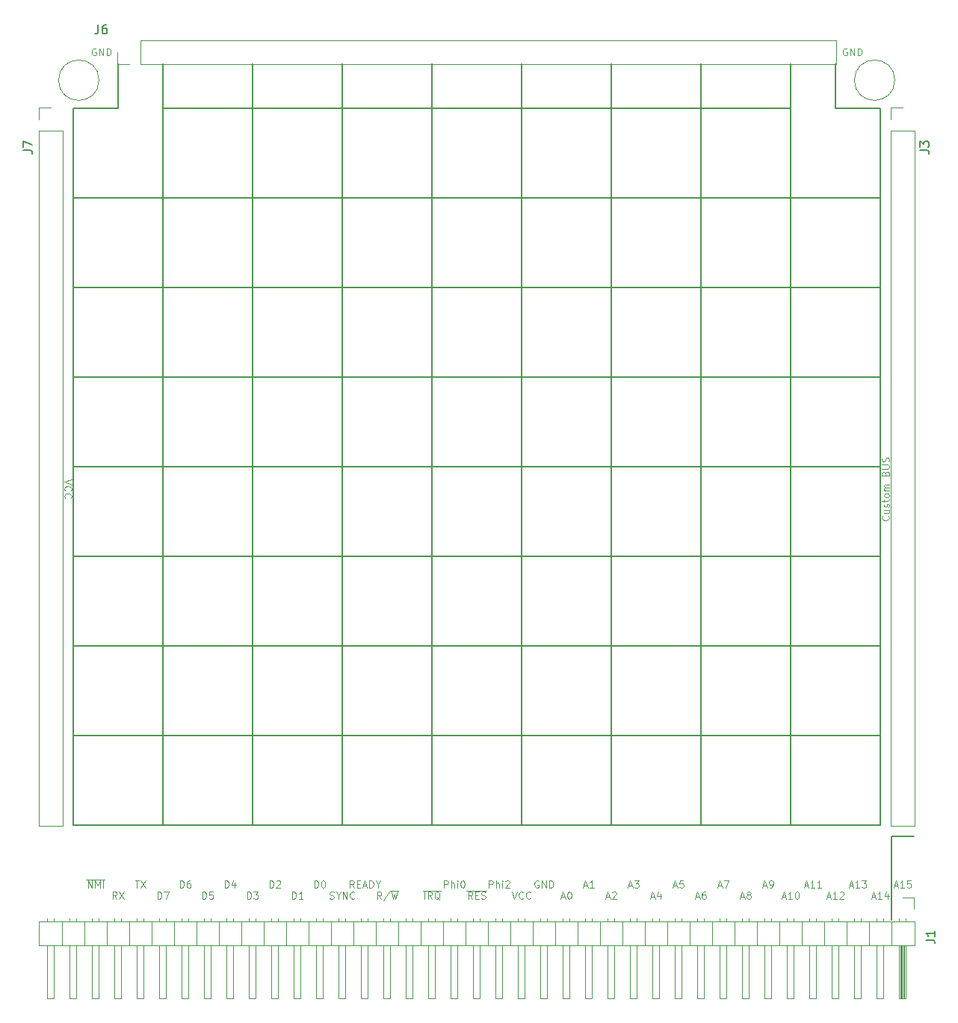
<source format=gto>
G04 #@! TF.FileFunction,Legend,Top*
%FSLAX46Y46*%
G04 Gerber Fmt 4.6, Leading zero omitted, Abs format (unit mm)*
G04 Created by KiCad (PCBNEW 4.0.7) date 02/09/19 17:10:25*
%MOMM*%
%LPD*%
G01*
G04 APERTURE LIST*
%ADD10C,0.100000*%
%ADD11C,0.200000*%
%ADD12C,0.120000*%
%ADD13C,0.150000*%
G04 APERTURE END LIST*
D10*
D11*
X185420000Y-48895000D02*
X114300000Y-48895000D01*
X104140000Y-59055000D02*
X195580000Y-59055000D01*
X195580000Y-69215000D02*
X104140000Y-69215000D01*
X104140000Y-79375000D02*
X195580000Y-79375000D01*
X195580000Y-89535000D02*
X104140000Y-89535000D01*
X104140000Y-99695000D02*
X195580000Y-99695000D01*
X195580000Y-109855000D02*
X104140000Y-109855000D01*
X104140000Y-120015000D02*
X195580000Y-120015000D01*
X124460000Y-130175000D02*
X124460000Y-43815000D01*
X134620000Y-43815000D02*
X134620000Y-130175000D01*
X144780000Y-130175000D02*
X144780000Y-43815000D01*
X154940000Y-43815000D02*
X154940000Y-130175000D01*
X165100000Y-130175000D02*
X165100000Y-43815000D01*
X175260000Y-43815000D02*
X175260000Y-130175000D01*
X185420000Y-130175000D02*
X185420000Y-43815000D01*
X114300000Y-43815000D02*
X114300000Y-130175000D01*
X109220000Y-48895000D02*
X109220000Y-43815000D01*
X190500000Y-48895000D02*
X190500000Y-43815000D01*
X195580000Y-48895000D02*
X190500000Y-48895000D01*
X195580000Y-130175000D02*
X195580000Y-48895000D01*
X114300000Y-130175000D02*
X195580000Y-130175000D01*
X104140000Y-130175000D02*
X104140000Y-48895000D01*
X114300000Y-130175000D02*
X104140000Y-130175000D01*
X104140000Y-48895000D02*
X109220000Y-48895000D01*
D10*
X113709524Y-138537905D02*
X113709524Y-137737905D01*
X113900000Y-137737905D01*
X114014286Y-137776000D01*
X114090477Y-137852190D01*
X114128572Y-137928381D01*
X114166667Y-138080762D01*
X114166667Y-138195048D01*
X114128572Y-138347429D01*
X114090477Y-138423619D01*
X114014286Y-138499810D01*
X113900000Y-138537905D01*
X113709524Y-138537905D01*
X114433334Y-137737905D02*
X114966667Y-137737905D01*
X114623810Y-138537905D01*
X116249524Y-137267905D02*
X116249524Y-136467905D01*
X116440000Y-136467905D01*
X116554286Y-136506000D01*
X116630477Y-136582190D01*
X116668572Y-136658381D01*
X116706667Y-136810762D01*
X116706667Y-136925048D01*
X116668572Y-137077429D01*
X116630477Y-137153619D01*
X116554286Y-137229810D01*
X116440000Y-137267905D01*
X116249524Y-137267905D01*
X117392381Y-136467905D02*
X117240000Y-136467905D01*
X117163810Y-136506000D01*
X117125715Y-136544095D01*
X117049524Y-136658381D01*
X117011429Y-136810762D01*
X117011429Y-137115524D01*
X117049524Y-137191714D01*
X117087619Y-137229810D01*
X117163810Y-137267905D01*
X117316191Y-137267905D01*
X117392381Y-137229810D01*
X117430477Y-137191714D01*
X117468572Y-137115524D01*
X117468572Y-136925048D01*
X117430477Y-136848857D01*
X117392381Y-136810762D01*
X117316191Y-136772667D01*
X117163810Y-136772667D01*
X117087619Y-136810762D01*
X117049524Y-136848857D01*
X117011429Y-136925048D01*
X118789524Y-138537905D02*
X118789524Y-137737905D01*
X118980000Y-137737905D01*
X119094286Y-137776000D01*
X119170477Y-137852190D01*
X119208572Y-137928381D01*
X119246667Y-138080762D01*
X119246667Y-138195048D01*
X119208572Y-138347429D01*
X119170477Y-138423619D01*
X119094286Y-138499810D01*
X118980000Y-138537905D01*
X118789524Y-138537905D01*
X119970477Y-137737905D02*
X119589524Y-137737905D01*
X119551429Y-138118857D01*
X119589524Y-138080762D01*
X119665715Y-138042667D01*
X119856191Y-138042667D01*
X119932381Y-138080762D01*
X119970477Y-138118857D01*
X120008572Y-138195048D01*
X120008572Y-138385524D01*
X119970477Y-138461714D01*
X119932381Y-138499810D01*
X119856191Y-138537905D01*
X119665715Y-138537905D01*
X119589524Y-138499810D01*
X119551429Y-138461714D01*
X121329524Y-137267905D02*
X121329524Y-136467905D01*
X121520000Y-136467905D01*
X121634286Y-136506000D01*
X121710477Y-136582190D01*
X121748572Y-136658381D01*
X121786667Y-136810762D01*
X121786667Y-136925048D01*
X121748572Y-137077429D01*
X121710477Y-137153619D01*
X121634286Y-137229810D01*
X121520000Y-137267905D01*
X121329524Y-137267905D01*
X122472381Y-136734571D02*
X122472381Y-137267905D01*
X122281905Y-136429810D02*
X122091429Y-137001238D01*
X122586667Y-137001238D01*
X123869524Y-138537905D02*
X123869524Y-137737905D01*
X124060000Y-137737905D01*
X124174286Y-137776000D01*
X124250477Y-137852190D01*
X124288572Y-137928381D01*
X124326667Y-138080762D01*
X124326667Y-138195048D01*
X124288572Y-138347429D01*
X124250477Y-138423619D01*
X124174286Y-138499810D01*
X124060000Y-138537905D01*
X123869524Y-138537905D01*
X124593334Y-137737905D02*
X125088572Y-137737905D01*
X124821905Y-138042667D01*
X124936191Y-138042667D01*
X125012381Y-138080762D01*
X125050477Y-138118857D01*
X125088572Y-138195048D01*
X125088572Y-138385524D01*
X125050477Y-138461714D01*
X125012381Y-138499810D01*
X124936191Y-138537905D01*
X124707619Y-138537905D01*
X124631429Y-138499810D01*
X124593334Y-138461714D01*
X126409524Y-137267905D02*
X126409524Y-136467905D01*
X126600000Y-136467905D01*
X126714286Y-136506000D01*
X126790477Y-136582190D01*
X126828572Y-136658381D01*
X126866667Y-136810762D01*
X126866667Y-136925048D01*
X126828572Y-137077429D01*
X126790477Y-137153619D01*
X126714286Y-137229810D01*
X126600000Y-137267905D01*
X126409524Y-137267905D01*
X127171429Y-136544095D02*
X127209524Y-136506000D01*
X127285715Y-136467905D01*
X127476191Y-136467905D01*
X127552381Y-136506000D01*
X127590477Y-136544095D01*
X127628572Y-136620286D01*
X127628572Y-136696476D01*
X127590477Y-136810762D01*
X127133334Y-137267905D01*
X127628572Y-137267905D01*
X128949524Y-138537905D02*
X128949524Y-137737905D01*
X129140000Y-137737905D01*
X129254286Y-137776000D01*
X129330477Y-137852190D01*
X129368572Y-137928381D01*
X129406667Y-138080762D01*
X129406667Y-138195048D01*
X129368572Y-138347429D01*
X129330477Y-138423619D01*
X129254286Y-138499810D01*
X129140000Y-138537905D01*
X128949524Y-138537905D01*
X130168572Y-138537905D02*
X129711429Y-138537905D01*
X129940000Y-138537905D02*
X129940000Y-137737905D01*
X129863810Y-137852190D01*
X129787619Y-137928381D01*
X129711429Y-137966476D01*
X159448572Y-138309333D02*
X159829524Y-138309333D01*
X159372381Y-138537905D02*
X159639048Y-137737905D01*
X159905715Y-138537905D01*
X160324762Y-137737905D02*
X160400953Y-137737905D01*
X160477143Y-137776000D01*
X160515238Y-137814095D01*
X160553334Y-137890286D01*
X160591429Y-138042667D01*
X160591429Y-138233143D01*
X160553334Y-138385524D01*
X160515238Y-138461714D01*
X160477143Y-138499810D01*
X160400953Y-138537905D01*
X160324762Y-138537905D01*
X160248572Y-138499810D01*
X160210476Y-138461714D01*
X160172381Y-138385524D01*
X160134286Y-138233143D01*
X160134286Y-138042667D01*
X160172381Y-137890286D01*
X160210476Y-137814095D01*
X160248572Y-137776000D01*
X160324762Y-137737905D01*
X161988572Y-137039333D02*
X162369524Y-137039333D01*
X161912381Y-137267905D02*
X162179048Y-136467905D01*
X162445715Y-137267905D01*
X163131429Y-137267905D02*
X162674286Y-137267905D01*
X162902857Y-137267905D02*
X162902857Y-136467905D01*
X162826667Y-136582190D01*
X162750476Y-136658381D01*
X162674286Y-136696476D01*
X164528572Y-138309333D02*
X164909524Y-138309333D01*
X164452381Y-138537905D02*
X164719048Y-137737905D01*
X164985715Y-138537905D01*
X165214286Y-137814095D02*
X165252381Y-137776000D01*
X165328572Y-137737905D01*
X165519048Y-137737905D01*
X165595238Y-137776000D01*
X165633334Y-137814095D01*
X165671429Y-137890286D01*
X165671429Y-137966476D01*
X165633334Y-138080762D01*
X165176191Y-138537905D01*
X165671429Y-138537905D01*
X167068572Y-137039333D02*
X167449524Y-137039333D01*
X166992381Y-137267905D02*
X167259048Y-136467905D01*
X167525715Y-137267905D01*
X167716191Y-136467905D02*
X168211429Y-136467905D01*
X167944762Y-136772667D01*
X168059048Y-136772667D01*
X168135238Y-136810762D01*
X168173334Y-136848857D01*
X168211429Y-136925048D01*
X168211429Y-137115524D01*
X168173334Y-137191714D01*
X168135238Y-137229810D01*
X168059048Y-137267905D01*
X167830476Y-137267905D01*
X167754286Y-137229810D01*
X167716191Y-137191714D01*
X169608572Y-138309333D02*
X169989524Y-138309333D01*
X169532381Y-138537905D02*
X169799048Y-137737905D01*
X170065715Y-138537905D01*
X170675238Y-138004571D02*
X170675238Y-138537905D01*
X170484762Y-137699810D02*
X170294286Y-138271238D01*
X170789524Y-138271238D01*
X172148572Y-137039333D02*
X172529524Y-137039333D01*
X172072381Y-137267905D02*
X172339048Y-136467905D01*
X172605715Y-137267905D01*
X173253334Y-136467905D02*
X172872381Y-136467905D01*
X172834286Y-136848857D01*
X172872381Y-136810762D01*
X172948572Y-136772667D01*
X173139048Y-136772667D01*
X173215238Y-136810762D01*
X173253334Y-136848857D01*
X173291429Y-136925048D01*
X173291429Y-137115524D01*
X173253334Y-137191714D01*
X173215238Y-137229810D01*
X173139048Y-137267905D01*
X172948572Y-137267905D01*
X172872381Y-137229810D01*
X172834286Y-137191714D01*
X174688572Y-138309333D02*
X175069524Y-138309333D01*
X174612381Y-138537905D02*
X174879048Y-137737905D01*
X175145715Y-138537905D01*
X175755238Y-137737905D02*
X175602857Y-137737905D01*
X175526667Y-137776000D01*
X175488572Y-137814095D01*
X175412381Y-137928381D01*
X175374286Y-138080762D01*
X175374286Y-138385524D01*
X175412381Y-138461714D01*
X175450476Y-138499810D01*
X175526667Y-138537905D01*
X175679048Y-138537905D01*
X175755238Y-138499810D01*
X175793334Y-138461714D01*
X175831429Y-138385524D01*
X175831429Y-138195048D01*
X175793334Y-138118857D01*
X175755238Y-138080762D01*
X175679048Y-138042667D01*
X175526667Y-138042667D01*
X175450476Y-138080762D01*
X175412381Y-138118857D01*
X175374286Y-138195048D01*
X177228572Y-137039333D02*
X177609524Y-137039333D01*
X177152381Y-137267905D02*
X177419048Y-136467905D01*
X177685715Y-137267905D01*
X177876191Y-136467905D02*
X178409524Y-136467905D01*
X178066667Y-137267905D01*
X179768572Y-138309333D02*
X180149524Y-138309333D01*
X179692381Y-138537905D02*
X179959048Y-137737905D01*
X180225715Y-138537905D01*
X180606667Y-138080762D02*
X180530476Y-138042667D01*
X180492381Y-138004571D01*
X180454286Y-137928381D01*
X180454286Y-137890286D01*
X180492381Y-137814095D01*
X180530476Y-137776000D01*
X180606667Y-137737905D01*
X180759048Y-137737905D01*
X180835238Y-137776000D01*
X180873334Y-137814095D01*
X180911429Y-137890286D01*
X180911429Y-137928381D01*
X180873334Y-138004571D01*
X180835238Y-138042667D01*
X180759048Y-138080762D01*
X180606667Y-138080762D01*
X180530476Y-138118857D01*
X180492381Y-138156952D01*
X180454286Y-138233143D01*
X180454286Y-138385524D01*
X180492381Y-138461714D01*
X180530476Y-138499810D01*
X180606667Y-138537905D01*
X180759048Y-138537905D01*
X180835238Y-138499810D01*
X180873334Y-138461714D01*
X180911429Y-138385524D01*
X180911429Y-138233143D01*
X180873334Y-138156952D01*
X180835238Y-138118857D01*
X180759048Y-138080762D01*
X182308572Y-137039333D02*
X182689524Y-137039333D01*
X182232381Y-137267905D02*
X182499048Y-136467905D01*
X182765715Y-137267905D01*
X183070476Y-137267905D02*
X183222857Y-137267905D01*
X183299048Y-137229810D01*
X183337143Y-137191714D01*
X183413334Y-137077429D01*
X183451429Y-136925048D01*
X183451429Y-136620286D01*
X183413334Y-136544095D01*
X183375238Y-136506000D01*
X183299048Y-136467905D01*
X183146667Y-136467905D01*
X183070476Y-136506000D01*
X183032381Y-136544095D01*
X182994286Y-136620286D01*
X182994286Y-136810762D01*
X183032381Y-136886952D01*
X183070476Y-136925048D01*
X183146667Y-136963143D01*
X183299048Y-136963143D01*
X183375238Y-136925048D01*
X183413334Y-136886952D01*
X183451429Y-136810762D01*
X184467619Y-138309333D02*
X184848571Y-138309333D01*
X184391428Y-138537905D02*
X184658095Y-137737905D01*
X184924762Y-138537905D01*
X185610476Y-138537905D02*
X185153333Y-138537905D01*
X185381904Y-138537905D02*
X185381904Y-137737905D01*
X185305714Y-137852190D01*
X185229523Y-137928381D01*
X185153333Y-137966476D01*
X186105714Y-137737905D02*
X186181905Y-137737905D01*
X186258095Y-137776000D01*
X186296190Y-137814095D01*
X186334286Y-137890286D01*
X186372381Y-138042667D01*
X186372381Y-138233143D01*
X186334286Y-138385524D01*
X186296190Y-138461714D01*
X186258095Y-138499810D01*
X186181905Y-138537905D01*
X186105714Y-138537905D01*
X186029524Y-138499810D01*
X185991428Y-138461714D01*
X185953333Y-138385524D01*
X185915238Y-138233143D01*
X185915238Y-138042667D01*
X185953333Y-137890286D01*
X185991428Y-137814095D01*
X186029524Y-137776000D01*
X186105714Y-137737905D01*
D11*
X196850000Y-131445000D02*
X196850000Y-140970000D01*
X199390000Y-131445000D02*
X196850000Y-131445000D01*
D10*
X191795477Y-42145000D02*
X191719286Y-42106905D01*
X191605001Y-42106905D01*
X191490715Y-42145000D01*
X191414524Y-42221190D01*
X191376429Y-42297381D01*
X191338334Y-42449762D01*
X191338334Y-42564048D01*
X191376429Y-42716429D01*
X191414524Y-42792619D01*
X191490715Y-42868810D01*
X191605001Y-42906905D01*
X191681191Y-42906905D01*
X191795477Y-42868810D01*
X191833572Y-42830714D01*
X191833572Y-42564048D01*
X191681191Y-42564048D01*
X192176429Y-42906905D02*
X192176429Y-42106905D01*
X192633572Y-42906905D01*
X192633572Y-42106905D01*
X193014524Y-42906905D02*
X193014524Y-42106905D01*
X193205000Y-42106905D01*
X193319286Y-42145000D01*
X193395477Y-42221190D01*
X193433572Y-42297381D01*
X193471667Y-42449762D01*
X193471667Y-42564048D01*
X193433572Y-42716429D01*
X193395477Y-42792619D01*
X193319286Y-42868810D01*
X193205000Y-42906905D01*
X193014524Y-42906905D01*
X106705477Y-42145000D02*
X106629286Y-42106905D01*
X106515001Y-42106905D01*
X106400715Y-42145000D01*
X106324524Y-42221190D01*
X106286429Y-42297381D01*
X106248334Y-42449762D01*
X106248334Y-42564048D01*
X106286429Y-42716429D01*
X106324524Y-42792619D01*
X106400715Y-42868810D01*
X106515001Y-42906905D01*
X106591191Y-42906905D01*
X106705477Y-42868810D01*
X106743572Y-42830714D01*
X106743572Y-42564048D01*
X106591191Y-42564048D01*
X107086429Y-42906905D02*
X107086429Y-42106905D01*
X107543572Y-42906905D01*
X107543572Y-42106905D01*
X107924524Y-42906905D02*
X107924524Y-42106905D01*
X108115000Y-42106905D01*
X108229286Y-42145000D01*
X108305477Y-42221190D01*
X108343572Y-42297381D01*
X108381667Y-42449762D01*
X108381667Y-42564048D01*
X108343572Y-42716429D01*
X108305477Y-42792619D01*
X108229286Y-42868810D01*
X108115000Y-42906905D01*
X107924524Y-42906905D01*
X196500714Y-95141667D02*
X196538810Y-95179762D01*
X196576905Y-95294048D01*
X196576905Y-95370238D01*
X196538810Y-95484524D01*
X196462619Y-95560715D01*
X196386429Y-95598810D01*
X196234048Y-95636905D01*
X196119762Y-95636905D01*
X195967381Y-95598810D01*
X195891190Y-95560715D01*
X195815000Y-95484524D01*
X195776905Y-95370238D01*
X195776905Y-95294048D01*
X195815000Y-95179762D01*
X195853095Y-95141667D01*
X196043571Y-94455953D02*
X196576905Y-94455953D01*
X196043571Y-94798810D02*
X196462619Y-94798810D01*
X196538810Y-94760715D01*
X196576905Y-94684524D01*
X196576905Y-94570238D01*
X196538810Y-94494048D01*
X196500714Y-94455953D01*
X196538810Y-94113095D02*
X196576905Y-94036905D01*
X196576905Y-93884524D01*
X196538810Y-93808333D01*
X196462619Y-93770238D01*
X196424524Y-93770238D01*
X196348333Y-93808333D01*
X196310238Y-93884524D01*
X196310238Y-93998809D01*
X196272143Y-94075000D01*
X196195952Y-94113095D01*
X196157857Y-94113095D01*
X196081667Y-94075000D01*
X196043571Y-93998809D01*
X196043571Y-93884524D01*
X196081667Y-93808333D01*
X196043571Y-93541667D02*
X196043571Y-93236905D01*
X195776905Y-93427381D02*
X196462619Y-93427381D01*
X196538810Y-93389286D01*
X196576905Y-93313095D01*
X196576905Y-93236905D01*
X196576905Y-92855952D02*
X196538810Y-92932143D01*
X196500714Y-92970238D01*
X196424524Y-93008333D01*
X196195952Y-93008333D01*
X196119762Y-92970238D01*
X196081667Y-92932143D01*
X196043571Y-92855952D01*
X196043571Y-92741666D01*
X196081667Y-92665476D01*
X196119762Y-92627381D01*
X196195952Y-92589285D01*
X196424524Y-92589285D01*
X196500714Y-92627381D01*
X196538810Y-92665476D01*
X196576905Y-92741666D01*
X196576905Y-92855952D01*
X196576905Y-92246428D02*
X196043571Y-92246428D01*
X196119762Y-92246428D02*
X196081667Y-92208333D01*
X196043571Y-92132142D01*
X196043571Y-92017856D01*
X196081667Y-91941666D01*
X196157857Y-91903571D01*
X196576905Y-91903571D01*
X196157857Y-91903571D02*
X196081667Y-91865475D01*
X196043571Y-91789285D01*
X196043571Y-91674999D01*
X196081667Y-91598809D01*
X196157857Y-91560714D01*
X196576905Y-91560714D01*
X196157857Y-90303570D02*
X196195952Y-90189284D01*
X196234048Y-90151189D01*
X196310238Y-90113094D01*
X196424524Y-90113094D01*
X196500714Y-90151189D01*
X196538810Y-90189284D01*
X196576905Y-90265475D01*
X196576905Y-90570237D01*
X195776905Y-90570237D01*
X195776905Y-90303570D01*
X195815000Y-90227380D01*
X195853095Y-90189284D01*
X195929286Y-90151189D01*
X196005476Y-90151189D01*
X196081667Y-90189284D01*
X196119762Y-90227380D01*
X196157857Y-90303570D01*
X196157857Y-90570237D01*
X195776905Y-89770237D02*
X196424524Y-89770237D01*
X196500714Y-89732142D01*
X196538810Y-89694046D01*
X196576905Y-89617856D01*
X196576905Y-89465475D01*
X196538810Y-89389284D01*
X196500714Y-89351189D01*
X196424524Y-89313094D01*
X195776905Y-89313094D01*
X196538810Y-88970237D02*
X196576905Y-88855951D01*
X196576905Y-88665475D01*
X196538810Y-88589285D01*
X196500714Y-88551189D01*
X196424524Y-88513094D01*
X196348333Y-88513094D01*
X196272143Y-88551189D01*
X196234048Y-88589285D01*
X196195952Y-88665475D01*
X196157857Y-88817856D01*
X196119762Y-88894047D01*
X196081667Y-88932142D01*
X196005476Y-88970237D01*
X195929286Y-88970237D01*
X195853095Y-88932142D01*
X195815000Y-88894047D01*
X195776905Y-88817856D01*
X195776905Y-88627380D01*
X195815000Y-88513094D01*
X103943095Y-91008333D02*
X103143095Y-91275000D01*
X103943095Y-91541667D01*
X103219286Y-92265476D02*
X103181190Y-92227381D01*
X103143095Y-92113095D01*
X103143095Y-92036905D01*
X103181190Y-91922619D01*
X103257381Y-91846428D01*
X103333571Y-91808333D01*
X103485952Y-91770238D01*
X103600238Y-91770238D01*
X103752619Y-91808333D01*
X103828810Y-91846428D01*
X103905000Y-91922619D01*
X103943095Y-92036905D01*
X103943095Y-92113095D01*
X103905000Y-92227381D01*
X103866905Y-92265476D01*
X103219286Y-93065476D02*
X103181190Y-93027381D01*
X103143095Y-92913095D01*
X103143095Y-92836905D01*
X103181190Y-92722619D01*
X103257381Y-92646428D01*
X103333571Y-92608333D01*
X103485952Y-92570238D01*
X103600238Y-92570238D01*
X103752619Y-92608333D01*
X103828810Y-92646428D01*
X103905000Y-92722619D01*
X103943095Y-92836905D01*
X103943095Y-92913095D01*
X103905000Y-93027381D01*
X103866905Y-93065476D01*
X197167619Y-137039333D02*
X197548571Y-137039333D01*
X197091428Y-137267905D02*
X197358095Y-136467905D01*
X197624762Y-137267905D01*
X198310476Y-137267905D02*
X197853333Y-137267905D01*
X198081904Y-137267905D02*
X198081904Y-136467905D01*
X198005714Y-136582190D01*
X197929523Y-136658381D01*
X197853333Y-136696476D01*
X199034286Y-136467905D02*
X198653333Y-136467905D01*
X198615238Y-136848857D01*
X198653333Y-136810762D01*
X198729524Y-136772667D01*
X198920000Y-136772667D01*
X198996190Y-136810762D01*
X199034286Y-136848857D01*
X199072381Y-136925048D01*
X199072381Y-137115524D01*
X199034286Y-137191714D01*
X198996190Y-137229810D01*
X198920000Y-137267905D01*
X198729524Y-137267905D01*
X198653333Y-137229810D01*
X198615238Y-137191714D01*
X194627619Y-138309333D02*
X195008571Y-138309333D01*
X194551428Y-138537905D02*
X194818095Y-137737905D01*
X195084762Y-138537905D01*
X195770476Y-138537905D02*
X195313333Y-138537905D01*
X195541904Y-138537905D02*
X195541904Y-137737905D01*
X195465714Y-137852190D01*
X195389523Y-137928381D01*
X195313333Y-137966476D01*
X196456190Y-138004571D02*
X196456190Y-138537905D01*
X196265714Y-137699810D02*
X196075238Y-138271238D01*
X196570476Y-138271238D01*
X192087619Y-137039333D02*
X192468571Y-137039333D01*
X192011428Y-137267905D02*
X192278095Y-136467905D01*
X192544762Y-137267905D01*
X193230476Y-137267905D02*
X192773333Y-137267905D01*
X193001904Y-137267905D02*
X193001904Y-136467905D01*
X192925714Y-136582190D01*
X192849523Y-136658381D01*
X192773333Y-136696476D01*
X193497143Y-136467905D02*
X193992381Y-136467905D01*
X193725714Y-136772667D01*
X193840000Y-136772667D01*
X193916190Y-136810762D01*
X193954286Y-136848857D01*
X193992381Y-136925048D01*
X193992381Y-137115524D01*
X193954286Y-137191714D01*
X193916190Y-137229810D01*
X193840000Y-137267905D01*
X193611428Y-137267905D01*
X193535238Y-137229810D01*
X193497143Y-137191714D01*
X189547619Y-138309333D02*
X189928571Y-138309333D01*
X189471428Y-138537905D02*
X189738095Y-137737905D01*
X190004762Y-138537905D01*
X190690476Y-138537905D02*
X190233333Y-138537905D01*
X190461904Y-138537905D02*
X190461904Y-137737905D01*
X190385714Y-137852190D01*
X190309523Y-137928381D01*
X190233333Y-137966476D01*
X190995238Y-137814095D02*
X191033333Y-137776000D01*
X191109524Y-137737905D01*
X191300000Y-137737905D01*
X191376190Y-137776000D01*
X191414286Y-137814095D01*
X191452381Y-137890286D01*
X191452381Y-137966476D01*
X191414286Y-138080762D01*
X190957143Y-138537905D01*
X191452381Y-138537905D01*
X187007619Y-137039333D02*
X187388571Y-137039333D01*
X186931428Y-137267905D02*
X187198095Y-136467905D01*
X187464762Y-137267905D01*
X188150476Y-137267905D02*
X187693333Y-137267905D01*
X187921904Y-137267905D02*
X187921904Y-136467905D01*
X187845714Y-136582190D01*
X187769523Y-136658381D01*
X187693333Y-136696476D01*
X188912381Y-137267905D02*
X188455238Y-137267905D01*
X188683809Y-137267905D02*
X188683809Y-136467905D01*
X188607619Y-136582190D01*
X188531428Y-136658381D01*
X188455238Y-136696476D01*
X156870477Y-136506000D02*
X156794286Y-136467905D01*
X156680001Y-136467905D01*
X156565715Y-136506000D01*
X156489524Y-136582190D01*
X156451429Y-136658381D01*
X156413334Y-136810762D01*
X156413334Y-136925048D01*
X156451429Y-137077429D01*
X156489524Y-137153619D01*
X156565715Y-137229810D01*
X156680001Y-137267905D01*
X156756191Y-137267905D01*
X156870477Y-137229810D01*
X156908572Y-137191714D01*
X156908572Y-136925048D01*
X156756191Y-136925048D01*
X157251429Y-137267905D02*
X157251429Y-136467905D01*
X157708572Y-137267905D01*
X157708572Y-136467905D01*
X158089524Y-137267905D02*
X158089524Y-136467905D01*
X158280000Y-136467905D01*
X158394286Y-136506000D01*
X158470477Y-136582190D01*
X158508572Y-136658381D01*
X158546667Y-136810762D01*
X158546667Y-136925048D01*
X158508572Y-137077429D01*
X158470477Y-137153619D01*
X158394286Y-137229810D01*
X158280000Y-137267905D01*
X158089524Y-137267905D01*
X153873333Y-137737905D02*
X154140000Y-138537905D01*
X154406667Y-137737905D01*
X155130476Y-138461714D02*
X155092381Y-138499810D01*
X154978095Y-138537905D01*
X154901905Y-138537905D01*
X154787619Y-138499810D01*
X154711428Y-138423619D01*
X154673333Y-138347429D01*
X154635238Y-138195048D01*
X154635238Y-138080762D01*
X154673333Y-137928381D01*
X154711428Y-137852190D01*
X154787619Y-137776000D01*
X154901905Y-137737905D01*
X154978095Y-137737905D01*
X155092381Y-137776000D01*
X155130476Y-137814095D01*
X155930476Y-138461714D02*
X155892381Y-138499810D01*
X155778095Y-138537905D01*
X155701905Y-138537905D01*
X155587619Y-138499810D01*
X155511428Y-138423619D01*
X155473333Y-138347429D01*
X155435238Y-138195048D01*
X155435238Y-138080762D01*
X155473333Y-137928381D01*
X155511428Y-137852190D01*
X155587619Y-137776000D01*
X155701905Y-137737905D01*
X155778095Y-137737905D01*
X155892381Y-137776000D01*
X155930476Y-137814095D01*
X151257143Y-137267905D02*
X151257143Y-136467905D01*
X151561905Y-136467905D01*
X151638096Y-136506000D01*
X151676191Y-136544095D01*
X151714286Y-136620286D01*
X151714286Y-136734571D01*
X151676191Y-136810762D01*
X151638096Y-136848857D01*
X151561905Y-136886952D01*
X151257143Y-136886952D01*
X152057143Y-137267905D02*
X152057143Y-136467905D01*
X152400000Y-137267905D02*
X152400000Y-136848857D01*
X152361905Y-136772667D01*
X152285715Y-136734571D01*
X152171429Y-136734571D01*
X152095238Y-136772667D01*
X152057143Y-136810762D01*
X152780953Y-137267905D02*
X152780953Y-136734571D01*
X152780953Y-136467905D02*
X152742858Y-136506000D01*
X152780953Y-136544095D01*
X152819048Y-136506000D01*
X152780953Y-136467905D01*
X152780953Y-136544095D01*
X153123810Y-136544095D02*
X153161905Y-136506000D01*
X153238096Y-136467905D01*
X153428572Y-136467905D01*
X153504762Y-136506000D01*
X153542858Y-136544095D01*
X153580953Y-136620286D01*
X153580953Y-136696476D01*
X153542858Y-136810762D01*
X153085715Y-137267905D01*
X153580953Y-137267905D01*
X149364762Y-138537905D02*
X149098095Y-138156952D01*
X148907619Y-138537905D02*
X148907619Y-137737905D01*
X149212381Y-137737905D01*
X149288572Y-137776000D01*
X149326667Y-137814095D01*
X149364762Y-137890286D01*
X149364762Y-138004571D01*
X149326667Y-138080762D01*
X149288572Y-138118857D01*
X149212381Y-138156952D01*
X148907619Y-138156952D01*
X149707619Y-138118857D02*
X149974286Y-138118857D01*
X150088572Y-138537905D02*
X149707619Y-138537905D01*
X149707619Y-137737905D01*
X150088572Y-137737905D01*
X150393334Y-138499810D02*
X150507620Y-138537905D01*
X150698096Y-138537905D01*
X150774286Y-138499810D01*
X150812382Y-138461714D01*
X150850477Y-138385524D01*
X150850477Y-138309333D01*
X150812382Y-138233143D01*
X150774286Y-138195048D01*
X150698096Y-138156952D01*
X150545715Y-138118857D01*
X150469524Y-138080762D01*
X150431429Y-138042667D01*
X150393334Y-137966476D01*
X150393334Y-137890286D01*
X150431429Y-137814095D01*
X150469524Y-137776000D01*
X150545715Y-137737905D01*
X150736191Y-137737905D01*
X150850477Y-137776000D01*
X148717143Y-137600000D02*
X151002858Y-137600000D01*
X146177143Y-137267905D02*
X146177143Y-136467905D01*
X146481905Y-136467905D01*
X146558096Y-136506000D01*
X146596191Y-136544095D01*
X146634286Y-136620286D01*
X146634286Y-136734571D01*
X146596191Y-136810762D01*
X146558096Y-136848857D01*
X146481905Y-136886952D01*
X146177143Y-136886952D01*
X146977143Y-137267905D02*
X146977143Y-136467905D01*
X147320000Y-137267905D02*
X147320000Y-136848857D01*
X147281905Y-136772667D01*
X147205715Y-136734571D01*
X147091429Y-136734571D01*
X147015238Y-136772667D01*
X146977143Y-136810762D01*
X147700953Y-137267905D02*
X147700953Y-136734571D01*
X147700953Y-136467905D02*
X147662858Y-136506000D01*
X147700953Y-136544095D01*
X147739048Y-136506000D01*
X147700953Y-136467905D01*
X147700953Y-136544095D01*
X148234286Y-136467905D02*
X148310477Y-136467905D01*
X148386667Y-136506000D01*
X148424762Y-136544095D01*
X148462858Y-136620286D01*
X148500953Y-136772667D01*
X148500953Y-136963143D01*
X148462858Y-137115524D01*
X148424762Y-137191714D01*
X148386667Y-137229810D01*
X148310477Y-137267905D01*
X148234286Y-137267905D01*
X148158096Y-137229810D01*
X148120000Y-137191714D01*
X148081905Y-137115524D01*
X148043810Y-136963143D01*
X148043810Y-136772667D01*
X148081905Y-136620286D01*
X148120000Y-136544095D01*
X148158096Y-136506000D01*
X148234286Y-136467905D01*
X143960953Y-138537905D02*
X143960953Y-137737905D01*
X144799048Y-138537905D02*
X144532381Y-138156952D01*
X144341905Y-138537905D02*
X144341905Y-137737905D01*
X144646667Y-137737905D01*
X144722858Y-137776000D01*
X144760953Y-137814095D01*
X144799048Y-137890286D01*
X144799048Y-138004571D01*
X144760953Y-138080762D01*
X144722858Y-138118857D01*
X144646667Y-138156952D01*
X144341905Y-138156952D01*
X145675239Y-138614095D02*
X145599048Y-138576000D01*
X145522858Y-138499810D01*
X145408572Y-138385524D01*
X145332381Y-138347429D01*
X145256191Y-138347429D01*
X145294286Y-138537905D02*
X145218096Y-138499810D01*
X145141905Y-138423619D01*
X145103810Y-138271238D01*
X145103810Y-138004571D01*
X145141905Y-137852190D01*
X145218096Y-137776000D01*
X145294286Y-137737905D01*
X145446667Y-137737905D01*
X145522858Y-137776000D01*
X145599048Y-137852190D01*
X145637143Y-138004571D01*
X145637143Y-138271238D01*
X145599048Y-138423619D01*
X145522858Y-138499810D01*
X145446667Y-138537905D01*
X145294286Y-138537905D01*
X143770477Y-137600000D02*
X145789524Y-137600000D01*
X139071429Y-138537905D02*
X138804762Y-138156952D01*
X138614286Y-138537905D02*
X138614286Y-137737905D01*
X138919048Y-137737905D01*
X138995239Y-137776000D01*
X139033334Y-137814095D01*
X139071429Y-137890286D01*
X139071429Y-138004571D01*
X139033334Y-138080762D01*
X138995239Y-138118857D01*
X138919048Y-138156952D01*
X138614286Y-138156952D01*
X139985715Y-137699810D02*
X139300000Y-138728381D01*
X140176191Y-137737905D02*
X140366667Y-138537905D01*
X140519048Y-137966476D01*
X140671429Y-138537905D01*
X140861905Y-137737905D01*
X140061905Y-137600000D02*
X140976191Y-137600000D01*
X135960000Y-137267905D02*
X135693333Y-136886952D01*
X135502857Y-137267905D02*
X135502857Y-136467905D01*
X135807619Y-136467905D01*
X135883810Y-136506000D01*
X135921905Y-136544095D01*
X135960000Y-136620286D01*
X135960000Y-136734571D01*
X135921905Y-136810762D01*
X135883810Y-136848857D01*
X135807619Y-136886952D01*
X135502857Y-136886952D01*
X136302857Y-136848857D02*
X136569524Y-136848857D01*
X136683810Y-137267905D02*
X136302857Y-137267905D01*
X136302857Y-136467905D01*
X136683810Y-136467905D01*
X136988572Y-137039333D02*
X137369524Y-137039333D01*
X136912381Y-137267905D02*
X137179048Y-136467905D01*
X137445715Y-137267905D01*
X137712381Y-137267905D02*
X137712381Y-136467905D01*
X137902857Y-136467905D01*
X138017143Y-136506000D01*
X138093334Y-136582190D01*
X138131429Y-136658381D01*
X138169524Y-136810762D01*
X138169524Y-136925048D01*
X138131429Y-137077429D01*
X138093334Y-137153619D01*
X138017143Y-137229810D01*
X137902857Y-137267905D01*
X137712381Y-137267905D01*
X138664762Y-136886952D02*
X138664762Y-137267905D01*
X138398095Y-136467905D02*
X138664762Y-136886952D01*
X138931429Y-136467905D01*
X105803810Y-137267905D02*
X105803810Y-136467905D01*
X106260953Y-137267905D01*
X106260953Y-136467905D01*
X106641905Y-137267905D02*
X106641905Y-136467905D01*
X106908572Y-137039333D01*
X107175239Y-136467905D01*
X107175239Y-137267905D01*
X107556191Y-137267905D02*
X107556191Y-136467905D01*
X105613334Y-136330000D02*
X107746667Y-136330000D01*
X109086667Y-138537905D02*
X108820000Y-138156952D01*
X108629524Y-138537905D02*
X108629524Y-137737905D01*
X108934286Y-137737905D01*
X109010477Y-137776000D01*
X109048572Y-137814095D01*
X109086667Y-137890286D01*
X109086667Y-138004571D01*
X109048572Y-138080762D01*
X109010477Y-138118857D01*
X108934286Y-138156952D01*
X108629524Y-138156952D01*
X109353334Y-137737905D02*
X109886667Y-138537905D01*
X109886667Y-137737905D02*
X109353334Y-138537905D01*
X111150476Y-136467905D02*
X111607619Y-136467905D01*
X111379048Y-137267905D02*
X111379048Y-136467905D01*
X111798096Y-136467905D02*
X112331429Y-137267905D01*
X112331429Y-136467905D02*
X111798096Y-137267905D01*
X131489524Y-137267905D02*
X131489524Y-136467905D01*
X131680000Y-136467905D01*
X131794286Y-136506000D01*
X131870477Y-136582190D01*
X131908572Y-136658381D01*
X131946667Y-136810762D01*
X131946667Y-136925048D01*
X131908572Y-137077429D01*
X131870477Y-137153619D01*
X131794286Y-137229810D01*
X131680000Y-137267905D01*
X131489524Y-137267905D01*
X132441905Y-136467905D02*
X132518096Y-136467905D01*
X132594286Y-136506000D01*
X132632381Y-136544095D01*
X132670477Y-136620286D01*
X132708572Y-136772667D01*
X132708572Y-136963143D01*
X132670477Y-137115524D01*
X132632381Y-137191714D01*
X132594286Y-137229810D01*
X132518096Y-137267905D01*
X132441905Y-137267905D01*
X132365715Y-137229810D01*
X132327619Y-137191714D01*
X132289524Y-137115524D01*
X132251429Y-136963143D01*
X132251429Y-136772667D01*
X132289524Y-136620286D01*
X132327619Y-136544095D01*
X132365715Y-136506000D01*
X132441905Y-136467905D01*
X133229524Y-138499810D02*
X133343810Y-138537905D01*
X133534286Y-138537905D01*
X133610476Y-138499810D01*
X133648572Y-138461714D01*
X133686667Y-138385524D01*
X133686667Y-138309333D01*
X133648572Y-138233143D01*
X133610476Y-138195048D01*
X133534286Y-138156952D01*
X133381905Y-138118857D01*
X133305714Y-138080762D01*
X133267619Y-138042667D01*
X133229524Y-137966476D01*
X133229524Y-137890286D01*
X133267619Y-137814095D01*
X133305714Y-137776000D01*
X133381905Y-137737905D01*
X133572381Y-137737905D01*
X133686667Y-137776000D01*
X134181905Y-138156952D02*
X134181905Y-138537905D01*
X133915238Y-137737905D02*
X134181905Y-138156952D01*
X134448572Y-137737905D01*
X134715238Y-138537905D02*
X134715238Y-137737905D01*
X135172381Y-138537905D01*
X135172381Y-137737905D01*
X136010476Y-138461714D02*
X135972381Y-138499810D01*
X135858095Y-138537905D01*
X135781905Y-138537905D01*
X135667619Y-138499810D01*
X135591428Y-138423619D01*
X135553333Y-138347429D01*
X135515238Y-138195048D01*
X135515238Y-138080762D01*
X135553333Y-137928381D01*
X135591428Y-137852190D01*
X135667619Y-137776000D01*
X135781905Y-137737905D01*
X135858095Y-137737905D01*
X135972381Y-137776000D01*
X136010476Y-137814095D01*
D12*
X190560000Y-43875000D02*
X190560000Y-41215000D01*
X111760000Y-43875000D02*
X190560000Y-43875000D01*
X111760000Y-41215000D02*
X190560000Y-41215000D01*
X111760000Y-43875000D02*
X111760000Y-41215000D01*
X110490000Y-43875000D02*
X109160000Y-43875000D01*
X109160000Y-43875000D02*
X109160000Y-42545000D01*
X199450000Y-141140000D02*
X100270000Y-141140000D01*
X100270000Y-141140000D02*
X100270000Y-143800000D01*
X100270000Y-143800000D02*
X199450000Y-143800000D01*
X199450000Y-143800000D02*
X199450000Y-141140000D01*
X198500000Y-143800000D02*
X198500000Y-149800000D01*
X198500000Y-149800000D02*
X197740000Y-149800000D01*
X197740000Y-149800000D02*
X197740000Y-143800000D01*
X198440000Y-143800000D02*
X198440000Y-149800000D01*
X198320000Y-143800000D02*
X198320000Y-149800000D01*
X198200000Y-143800000D02*
X198200000Y-149800000D01*
X198080000Y-143800000D02*
X198080000Y-149800000D01*
X197960000Y-143800000D02*
X197960000Y-149800000D01*
X197840000Y-143800000D02*
X197840000Y-149800000D01*
X198500000Y-140810000D02*
X198500000Y-141140000D01*
X197740000Y-140810000D02*
X197740000Y-141140000D01*
X196850000Y-141140000D02*
X196850000Y-143800000D01*
X195960000Y-143800000D02*
X195960000Y-149800000D01*
X195960000Y-149800000D02*
X195200000Y-149800000D01*
X195200000Y-149800000D02*
X195200000Y-143800000D01*
X195960000Y-140742929D02*
X195960000Y-141140000D01*
X195200000Y-140742929D02*
X195200000Y-141140000D01*
X194310000Y-141140000D02*
X194310000Y-143800000D01*
X193420000Y-143800000D02*
X193420000Y-149800000D01*
X193420000Y-149800000D02*
X192660000Y-149800000D01*
X192660000Y-149800000D02*
X192660000Y-143800000D01*
X193420000Y-140742929D02*
X193420000Y-141140000D01*
X192660000Y-140742929D02*
X192660000Y-141140000D01*
X191770000Y-141140000D02*
X191770000Y-143800000D01*
X190880000Y-143800000D02*
X190880000Y-149800000D01*
X190880000Y-149800000D02*
X190120000Y-149800000D01*
X190120000Y-149800000D02*
X190120000Y-143800000D01*
X190880000Y-140742929D02*
X190880000Y-141140000D01*
X190120000Y-140742929D02*
X190120000Y-141140000D01*
X189230000Y-141140000D02*
X189230000Y-143800000D01*
X188340000Y-143800000D02*
X188340000Y-149800000D01*
X188340000Y-149800000D02*
X187580000Y-149800000D01*
X187580000Y-149800000D02*
X187580000Y-143800000D01*
X188340000Y-140742929D02*
X188340000Y-141140000D01*
X187580000Y-140742929D02*
X187580000Y-141140000D01*
X186690000Y-141140000D02*
X186690000Y-143800000D01*
X185800000Y-143800000D02*
X185800000Y-149800000D01*
X185800000Y-149800000D02*
X185040000Y-149800000D01*
X185040000Y-149800000D02*
X185040000Y-143800000D01*
X185800000Y-140742929D02*
X185800000Y-141140000D01*
X185040000Y-140742929D02*
X185040000Y-141140000D01*
X184150000Y-141140000D02*
X184150000Y-143800000D01*
X183260000Y-143800000D02*
X183260000Y-149800000D01*
X183260000Y-149800000D02*
X182500000Y-149800000D01*
X182500000Y-149800000D02*
X182500000Y-143800000D01*
X183260000Y-140742929D02*
X183260000Y-141140000D01*
X182500000Y-140742929D02*
X182500000Y-141140000D01*
X181610000Y-141140000D02*
X181610000Y-143800000D01*
X180720000Y-143800000D02*
X180720000Y-149800000D01*
X180720000Y-149800000D02*
X179960000Y-149800000D01*
X179960000Y-149800000D02*
X179960000Y-143800000D01*
X180720000Y-140742929D02*
X180720000Y-141140000D01*
X179960000Y-140742929D02*
X179960000Y-141140000D01*
X179070000Y-141140000D02*
X179070000Y-143800000D01*
X178180000Y-143800000D02*
X178180000Y-149800000D01*
X178180000Y-149800000D02*
X177420000Y-149800000D01*
X177420000Y-149800000D02*
X177420000Y-143800000D01*
X178180000Y-140742929D02*
X178180000Y-141140000D01*
X177420000Y-140742929D02*
X177420000Y-141140000D01*
X176530000Y-141140000D02*
X176530000Y-143800000D01*
X175640000Y-143800000D02*
X175640000Y-149800000D01*
X175640000Y-149800000D02*
X174880000Y-149800000D01*
X174880000Y-149800000D02*
X174880000Y-143800000D01*
X175640000Y-140742929D02*
X175640000Y-141140000D01*
X174880000Y-140742929D02*
X174880000Y-141140000D01*
X173990000Y-141140000D02*
X173990000Y-143800000D01*
X173100000Y-143800000D02*
X173100000Y-149800000D01*
X173100000Y-149800000D02*
X172340000Y-149800000D01*
X172340000Y-149800000D02*
X172340000Y-143800000D01*
X173100000Y-140742929D02*
X173100000Y-141140000D01*
X172340000Y-140742929D02*
X172340000Y-141140000D01*
X171450000Y-141140000D02*
X171450000Y-143800000D01*
X170560000Y-143800000D02*
X170560000Y-149800000D01*
X170560000Y-149800000D02*
X169800000Y-149800000D01*
X169800000Y-149800000D02*
X169800000Y-143800000D01*
X170560000Y-140742929D02*
X170560000Y-141140000D01*
X169800000Y-140742929D02*
X169800000Y-141140000D01*
X168910000Y-141140000D02*
X168910000Y-143800000D01*
X168020000Y-143800000D02*
X168020000Y-149800000D01*
X168020000Y-149800000D02*
X167260000Y-149800000D01*
X167260000Y-149800000D02*
X167260000Y-143800000D01*
X168020000Y-140742929D02*
X168020000Y-141140000D01*
X167260000Y-140742929D02*
X167260000Y-141140000D01*
X166370000Y-141140000D02*
X166370000Y-143800000D01*
X165480000Y-143800000D02*
X165480000Y-149800000D01*
X165480000Y-149800000D02*
X164720000Y-149800000D01*
X164720000Y-149800000D02*
X164720000Y-143800000D01*
X165480000Y-140742929D02*
X165480000Y-141140000D01*
X164720000Y-140742929D02*
X164720000Y-141140000D01*
X163830000Y-141140000D02*
X163830000Y-143800000D01*
X162940000Y-143800000D02*
X162940000Y-149800000D01*
X162940000Y-149800000D02*
X162180000Y-149800000D01*
X162180000Y-149800000D02*
X162180000Y-143800000D01*
X162940000Y-140742929D02*
X162940000Y-141140000D01*
X162180000Y-140742929D02*
X162180000Y-141140000D01*
X161290000Y-141140000D02*
X161290000Y-143800000D01*
X160400000Y-143800000D02*
X160400000Y-149800000D01*
X160400000Y-149800000D02*
X159640000Y-149800000D01*
X159640000Y-149800000D02*
X159640000Y-143800000D01*
X160400000Y-140742929D02*
X160400000Y-141140000D01*
X159640000Y-140742929D02*
X159640000Y-141140000D01*
X158750000Y-141140000D02*
X158750000Y-143800000D01*
X157860000Y-143800000D02*
X157860000Y-149800000D01*
X157860000Y-149800000D02*
X157100000Y-149800000D01*
X157100000Y-149800000D02*
X157100000Y-143800000D01*
X157860000Y-140742929D02*
X157860000Y-141140000D01*
X157100000Y-140742929D02*
X157100000Y-141140000D01*
X156210000Y-141140000D02*
X156210000Y-143800000D01*
X155320000Y-143800000D02*
X155320000Y-149800000D01*
X155320000Y-149800000D02*
X154560000Y-149800000D01*
X154560000Y-149800000D02*
X154560000Y-143800000D01*
X155320000Y-140742929D02*
X155320000Y-141140000D01*
X154560000Y-140742929D02*
X154560000Y-141140000D01*
X153670000Y-141140000D02*
X153670000Y-143800000D01*
X152780000Y-143800000D02*
X152780000Y-149800000D01*
X152780000Y-149800000D02*
X152020000Y-149800000D01*
X152020000Y-149800000D02*
X152020000Y-143800000D01*
X152780000Y-140742929D02*
X152780000Y-141140000D01*
X152020000Y-140742929D02*
X152020000Y-141140000D01*
X151130000Y-141140000D02*
X151130000Y-143800000D01*
X150240000Y-143800000D02*
X150240000Y-149800000D01*
X150240000Y-149800000D02*
X149480000Y-149800000D01*
X149480000Y-149800000D02*
X149480000Y-143800000D01*
X150240000Y-140742929D02*
X150240000Y-141140000D01*
X149480000Y-140742929D02*
X149480000Y-141140000D01*
X148590000Y-141140000D02*
X148590000Y-143800000D01*
X147700000Y-143800000D02*
X147700000Y-149800000D01*
X147700000Y-149800000D02*
X146940000Y-149800000D01*
X146940000Y-149800000D02*
X146940000Y-143800000D01*
X147700000Y-140742929D02*
X147700000Y-141140000D01*
X146940000Y-140742929D02*
X146940000Y-141140000D01*
X146050000Y-141140000D02*
X146050000Y-143800000D01*
X145160000Y-143800000D02*
X145160000Y-149800000D01*
X145160000Y-149800000D02*
X144400000Y-149800000D01*
X144400000Y-149800000D02*
X144400000Y-143800000D01*
X145160000Y-140742929D02*
X145160000Y-141140000D01*
X144400000Y-140742929D02*
X144400000Y-141140000D01*
X143510000Y-141140000D02*
X143510000Y-143800000D01*
X142620000Y-143800000D02*
X142620000Y-149800000D01*
X142620000Y-149800000D02*
X141860000Y-149800000D01*
X141860000Y-149800000D02*
X141860000Y-143800000D01*
X142620000Y-140742929D02*
X142620000Y-141140000D01*
X141860000Y-140742929D02*
X141860000Y-141140000D01*
X140970000Y-141140000D02*
X140970000Y-143800000D01*
X140080000Y-143800000D02*
X140080000Y-149800000D01*
X140080000Y-149800000D02*
X139320000Y-149800000D01*
X139320000Y-149800000D02*
X139320000Y-143800000D01*
X140080000Y-140742929D02*
X140080000Y-141140000D01*
X139320000Y-140742929D02*
X139320000Y-141140000D01*
X138430000Y-141140000D02*
X138430000Y-143800000D01*
X137540000Y-143800000D02*
X137540000Y-149800000D01*
X137540000Y-149800000D02*
X136780000Y-149800000D01*
X136780000Y-149800000D02*
X136780000Y-143800000D01*
X137540000Y-140742929D02*
X137540000Y-141140000D01*
X136780000Y-140742929D02*
X136780000Y-141140000D01*
X135890000Y-141140000D02*
X135890000Y-143800000D01*
X135000000Y-143800000D02*
X135000000Y-149800000D01*
X135000000Y-149800000D02*
X134240000Y-149800000D01*
X134240000Y-149800000D02*
X134240000Y-143800000D01*
X135000000Y-140742929D02*
X135000000Y-141140000D01*
X134240000Y-140742929D02*
X134240000Y-141140000D01*
X133350000Y-141140000D02*
X133350000Y-143800000D01*
X132460000Y-143800000D02*
X132460000Y-149800000D01*
X132460000Y-149800000D02*
X131700000Y-149800000D01*
X131700000Y-149800000D02*
X131700000Y-143800000D01*
X132460000Y-140742929D02*
X132460000Y-141140000D01*
X131700000Y-140742929D02*
X131700000Y-141140000D01*
X130810000Y-141140000D02*
X130810000Y-143800000D01*
X129920000Y-143800000D02*
X129920000Y-149800000D01*
X129920000Y-149800000D02*
X129160000Y-149800000D01*
X129160000Y-149800000D02*
X129160000Y-143800000D01*
X129920000Y-140742929D02*
X129920000Y-141140000D01*
X129160000Y-140742929D02*
X129160000Y-141140000D01*
X128270000Y-141140000D02*
X128270000Y-143800000D01*
X127380000Y-143800000D02*
X127380000Y-149800000D01*
X127380000Y-149800000D02*
X126620000Y-149800000D01*
X126620000Y-149800000D02*
X126620000Y-143800000D01*
X127380000Y-140742929D02*
X127380000Y-141140000D01*
X126620000Y-140742929D02*
X126620000Y-141140000D01*
X125730000Y-141140000D02*
X125730000Y-143800000D01*
X124840000Y-143800000D02*
X124840000Y-149800000D01*
X124840000Y-149800000D02*
X124080000Y-149800000D01*
X124080000Y-149800000D02*
X124080000Y-143800000D01*
X124840000Y-140742929D02*
X124840000Y-141140000D01*
X124080000Y-140742929D02*
X124080000Y-141140000D01*
X123190000Y-141140000D02*
X123190000Y-143800000D01*
X122300000Y-143800000D02*
X122300000Y-149800000D01*
X122300000Y-149800000D02*
X121540000Y-149800000D01*
X121540000Y-149800000D02*
X121540000Y-143800000D01*
X122300000Y-140742929D02*
X122300000Y-141140000D01*
X121540000Y-140742929D02*
X121540000Y-141140000D01*
X120650000Y-141140000D02*
X120650000Y-143800000D01*
X119760000Y-143800000D02*
X119760000Y-149800000D01*
X119760000Y-149800000D02*
X119000000Y-149800000D01*
X119000000Y-149800000D02*
X119000000Y-143800000D01*
X119760000Y-140742929D02*
X119760000Y-141140000D01*
X119000000Y-140742929D02*
X119000000Y-141140000D01*
X118110000Y-141140000D02*
X118110000Y-143800000D01*
X117220000Y-143800000D02*
X117220000Y-149800000D01*
X117220000Y-149800000D02*
X116460000Y-149800000D01*
X116460000Y-149800000D02*
X116460000Y-143800000D01*
X117220000Y-140742929D02*
X117220000Y-141140000D01*
X116460000Y-140742929D02*
X116460000Y-141140000D01*
X115570000Y-141140000D02*
X115570000Y-143800000D01*
X114680000Y-143800000D02*
X114680000Y-149800000D01*
X114680000Y-149800000D02*
X113920000Y-149800000D01*
X113920000Y-149800000D02*
X113920000Y-143800000D01*
X114680000Y-140742929D02*
X114680000Y-141140000D01*
X113920000Y-140742929D02*
X113920000Y-141140000D01*
X113030000Y-141140000D02*
X113030000Y-143800000D01*
X112140000Y-143800000D02*
X112140000Y-149800000D01*
X112140000Y-149800000D02*
X111380000Y-149800000D01*
X111380000Y-149800000D02*
X111380000Y-143800000D01*
X112140000Y-140742929D02*
X112140000Y-141140000D01*
X111380000Y-140742929D02*
X111380000Y-141140000D01*
X110490000Y-141140000D02*
X110490000Y-143800000D01*
X109600000Y-143800000D02*
X109600000Y-149800000D01*
X109600000Y-149800000D02*
X108840000Y-149800000D01*
X108840000Y-149800000D02*
X108840000Y-143800000D01*
X109600000Y-140742929D02*
X109600000Y-141140000D01*
X108840000Y-140742929D02*
X108840000Y-141140000D01*
X107950000Y-141140000D02*
X107950000Y-143800000D01*
X107060000Y-143800000D02*
X107060000Y-149800000D01*
X107060000Y-149800000D02*
X106300000Y-149800000D01*
X106300000Y-149800000D02*
X106300000Y-143800000D01*
X107060000Y-140742929D02*
X107060000Y-141140000D01*
X106300000Y-140742929D02*
X106300000Y-141140000D01*
X105410000Y-141140000D02*
X105410000Y-143800000D01*
X104520000Y-143800000D02*
X104520000Y-149800000D01*
X104520000Y-149800000D02*
X103760000Y-149800000D01*
X103760000Y-149800000D02*
X103760000Y-143800000D01*
X104520000Y-140742929D02*
X104520000Y-141140000D01*
X103760000Y-140742929D02*
X103760000Y-141140000D01*
X102870000Y-141140000D02*
X102870000Y-143800000D01*
X101980000Y-143800000D02*
X101980000Y-149800000D01*
X101980000Y-149800000D02*
X101220000Y-149800000D01*
X101220000Y-149800000D02*
X101220000Y-143800000D01*
X101980000Y-140742929D02*
X101980000Y-141140000D01*
X101220000Y-140742929D02*
X101220000Y-141140000D01*
X198120000Y-138430000D02*
X199390000Y-138430000D01*
X199390000Y-138430000D02*
X199390000Y-139700000D01*
X197231000Y-45720000D02*
G75*
G03X197231000Y-45720000I-2286000J0D01*
G01*
X107061000Y-45720000D02*
G75*
G03X107061000Y-45720000I-2286000J0D01*
G01*
X196790000Y-130235000D02*
X199450000Y-130235000D01*
X196790000Y-51435000D02*
X196790000Y-130235000D01*
X199450000Y-51435000D02*
X199450000Y-130235000D01*
X196790000Y-51435000D02*
X199450000Y-51435000D01*
X196790000Y-50165000D02*
X196790000Y-48835000D01*
X196790000Y-48835000D02*
X198120000Y-48835000D01*
X100270000Y-130235000D02*
X102930000Y-130235000D01*
X100270000Y-51435000D02*
X100270000Y-130235000D01*
X102930000Y-51435000D02*
X102930000Y-130235000D01*
X100270000Y-51435000D02*
X102930000Y-51435000D01*
X100270000Y-50165000D02*
X100270000Y-48835000D01*
X100270000Y-48835000D02*
X101600000Y-48835000D01*
D13*
X106981667Y-39457381D02*
X106981667Y-40171667D01*
X106934047Y-40314524D01*
X106838809Y-40409762D01*
X106695952Y-40457381D01*
X106600714Y-40457381D01*
X107886429Y-39457381D02*
X107695952Y-39457381D01*
X107600714Y-39505000D01*
X107553095Y-39552619D01*
X107457857Y-39695476D01*
X107410238Y-39885952D01*
X107410238Y-40266905D01*
X107457857Y-40362143D01*
X107505476Y-40409762D01*
X107600714Y-40457381D01*
X107791191Y-40457381D01*
X107886429Y-40409762D01*
X107934048Y-40362143D01*
X107981667Y-40266905D01*
X107981667Y-40028810D01*
X107934048Y-39933571D01*
X107886429Y-39885952D01*
X107791191Y-39838333D01*
X107600714Y-39838333D01*
X107505476Y-39885952D01*
X107457857Y-39933571D01*
X107410238Y-40028810D01*
X200747381Y-143208333D02*
X201461667Y-143208333D01*
X201604524Y-143255953D01*
X201699762Y-143351191D01*
X201747381Y-143494048D01*
X201747381Y-143589286D01*
X201747381Y-142208333D02*
X201747381Y-142779762D01*
X201747381Y-142494048D02*
X200747381Y-142494048D01*
X200890238Y-142589286D01*
X200985476Y-142684524D01*
X201033095Y-142779762D01*
X200112381Y-53673333D02*
X200826667Y-53673333D01*
X200969524Y-53720953D01*
X201064762Y-53816191D01*
X201112381Y-53959048D01*
X201112381Y-54054286D01*
X200112381Y-53292381D02*
X200112381Y-52673333D01*
X200493333Y-53006667D01*
X200493333Y-52863809D01*
X200540952Y-52768571D01*
X200588571Y-52720952D01*
X200683810Y-52673333D01*
X200921905Y-52673333D01*
X201017143Y-52720952D01*
X201064762Y-52768571D01*
X201112381Y-52863809D01*
X201112381Y-53149524D01*
X201064762Y-53244762D01*
X201017143Y-53292381D01*
X98512381Y-53673333D02*
X99226667Y-53673333D01*
X99369524Y-53720953D01*
X99464762Y-53816191D01*
X99512381Y-53959048D01*
X99512381Y-54054286D01*
X98512381Y-53292381D02*
X98512381Y-52625714D01*
X99512381Y-53054286D01*
M02*

</source>
